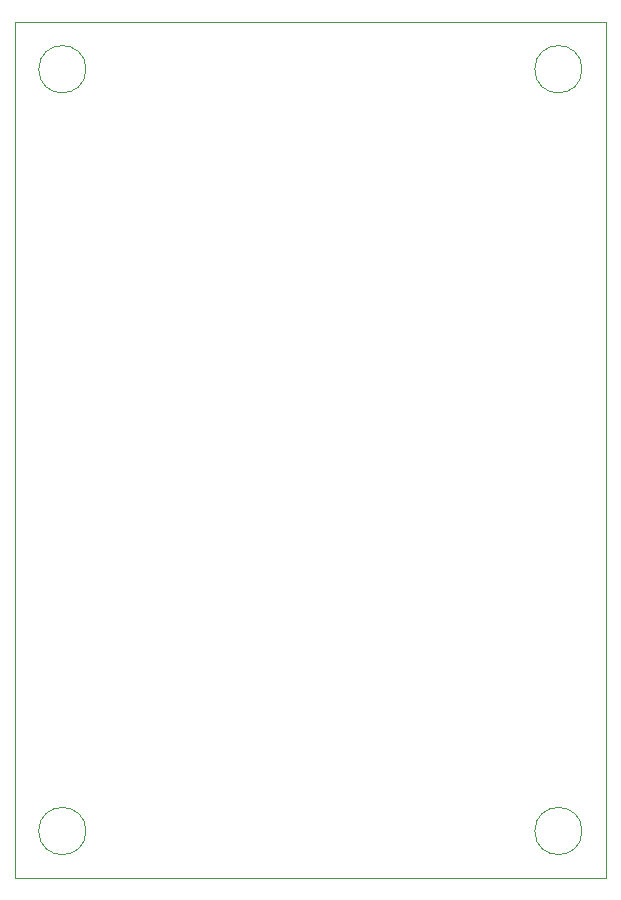
<source format=gbr>
%TF.GenerationSoftware,KiCad,Pcbnew,8.0.2*%
%TF.CreationDate,2024-08-20T16:45:35-03:00*%
%TF.ProjectId,dough,646f7567-682e-46b6-9963-61645f706362,rev?*%
%TF.SameCoordinates,Original*%
%TF.FileFunction,Profile,NP*%
%FSLAX46Y46*%
G04 Gerber Fmt 4.6, Leading zero omitted, Abs format (unit mm)*
G04 Created by KiCad (PCBNEW 8.0.2) date 2024-08-20 16:45:35*
%MOMM*%
%LPD*%
G01*
G04 APERTURE LIST*
%TA.AperFunction,Profile*%
%ADD10C,0.050000*%
%TD*%
G04 APERTURE END LIST*
D10*
X97800000Y-108400000D02*
X97800000Y-35900000D01*
X103800000Y-39900000D02*
G75*
G02*
X99800000Y-39900000I-2000000J0D01*
G01*
X99800000Y-39900000D02*
G75*
G02*
X103800000Y-39900000I2000000J0D01*
G01*
X97800000Y-35900000D02*
X147800000Y-35900000D01*
X147800000Y-108400000D02*
X97800000Y-108400000D01*
X103800000Y-104400000D02*
G75*
G02*
X99800000Y-104400000I-2000000J0D01*
G01*
X99800000Y-104400000D02*
G75*
G02*
X103800000Y-104400000I2000000J0D01*
G01*
X145800000Y-104400000D02*
G75*
G02*
X141800000Y-104400000I-2000000J0D01*
G01*
X141800000Y-104400000D02*
G75*
G02*
X145800000Y-104400000I2000000J0D01*
G01*
X147800000Y-108400000D02*
X97800000Y-108400000D01*
X97800000Y-108400000D02*
X97800000Y-35900000D01*
X147800000Y-35900000D02*
X147800000Y-108400000D01*
X97800000Y-35900000D02*
X147800000Y-35900000D01*
X145800000Y-39900000D02*
G75*
G02*
X141800000Y-39900000I-2000000J0D01*
G01*
X141800000Y-39900000D02*
G75*
G02*
X145800000Y-39900000I2000000J0D01*
G01*
X147800000Y-35900000D02*
X147800000Y-108400000D01*
M02*

</source>
